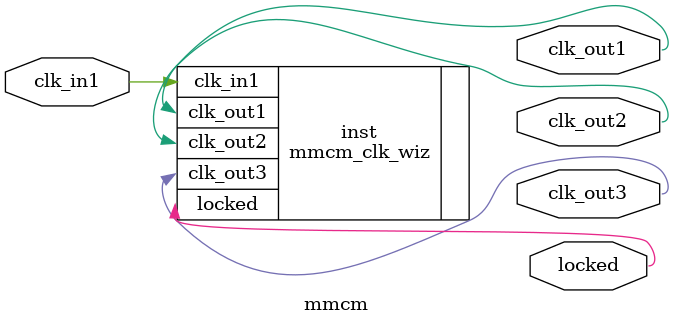
<source format=v>


`timescale 1ps/1ps

(* CORE_GENERATION_INFO = "mmcm,clk_wiz_v6_0_3_0_0,{component_name=mmcm,use_phase_alignment=true,use_min_o_jitter=false,use_max_i_jitter=false,use_dyn_phase_shift=false,use_inclk_switchover=false,use_dyn_reconfig=false,enable_axi=0,feedback_source=FDBK_AUTO,PRIMITIVE=MMCM,num_out_clk=3,clkin1_period=20.000,clkin2_period=10.0,use_power_down=false,use_reset=false,use_locked=true,use_inclk_stopped=false,feedback_type=SINGLE,CLOCK_MGR_TYPE=NA,manual_override=false}" *)

module mmcm 
 (
  // Clock out ports
  output        clk_out1,
  output        clk_out2,
  output        clk_out3,
  // Status and control signals
  output        locked,
 // Clock in ports
  input         clk_in1
 );

  mmcm_clk_wiz inst
  (
  // Clock out ports  
  .clk_out1(clk_out1),
  .clk_out2(clk_out2),
  .clk_out3(clk_out3),
  // Status and control signals               
  .locked(locked),
 // Clock in ports
  .clk_in1(clk_in1)
  );

endmodule

</source>
